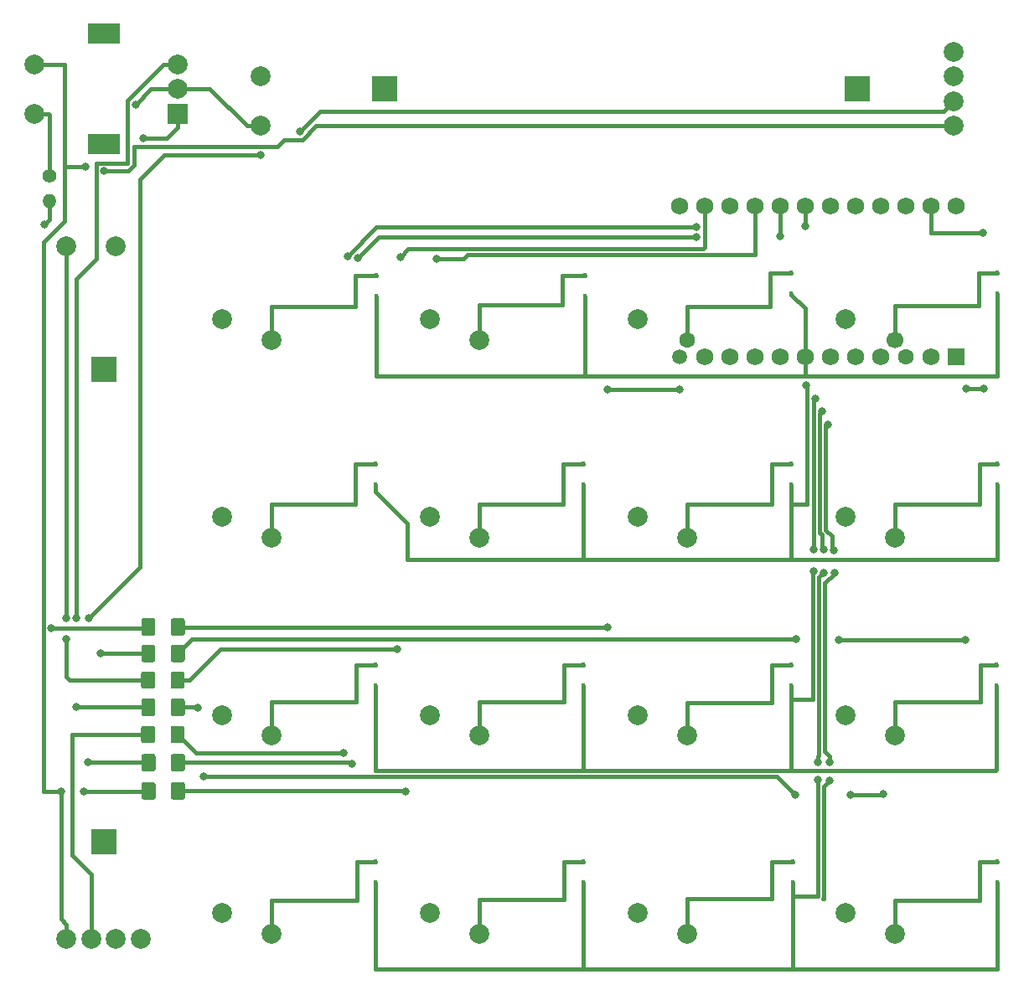
<source format=gtl>
G04 #@! TF.GenerationSoftware,KiCad,Pcbnew,(5.1.0)-1*
G04 #@! TF.CreationDate,2019-03-23T01:01:18+01:00*
G04 #@! TF.ProjectId,Schematic2,53636865-6d61-4746-9963-322e6b696361,rev?*
G04 #@! TF.SameCoordinates,Original*
G04 #@! TF.FileFunction,Copper,L1,Top*
G04 #@! TF.FilePolarity,Positive*
%FSLAX46Y46*%
G04 Gerber Fmt 4.6, Leading zero omitted, Abs format (unit mm)*
G04 Created by KiCad (PCBNEW (5.1.0)-1) date 2019-03-23 01:01:18*
%MOMM*%
%LPD*%
G04 APERTURE LIST*
%ADD10C,2.000000*%
%ADD11C,1.600000*%
%ADD12R,3.200000X2.000000*%
%ADD13R,2.000000X2.000000*%
%ADD14C,0.100000*%
%ADD15C,1.425000*%
%ADD16C,1.700000*%
%ADD17C,1.400000*%
%ADD18O,1.400000X1.400000*%
%ADD19R,2.500000X2.500000*%
%ADD20R,0.450000X0.600000*%
%ADD21C,1.752600*%
%ADD22C,1.500000*%
%ADD23R,1.752600X1.752600*%
%ADD24C,0.800000*%
%ADD25C,0.400000*%
%ADD26C,0.250000*%
G04 APERTURE END LIST*
D10*
X55470000Y-123370000D03*
X50470000Y-121270000D03*
X118470000Y-123370000D03*
X113470000Y-121270000D03*
X118470000Y-103370000D03*
X113470000Y-101270000D03*
X76470000Y-123370000D03*
X71470000Y-121270000D03*
X97470000Y-123370000D03*
X92470000Y-121270000D03*
X118470000Y-83370000D03*
X113470000Y-81270000D03*
D11*
X97470000Y-63370000D03*
D10*
X92470000Y-61270000D03*
X55470000Y-103370000D03*
X50470000Y-101270000D03*
X31470000Y-35470000D03*
X31470000Y-40470000D03*
D12*
X38470000Y-32370000D03*
X38470000Y-43570000D03*
D10*
X45970000Y-35470000D03*
X45970000Y-37970000D03*
D13*
X45970000Y-40470000D03*
D10*
X55470000Y-83370000D03*
X50470000Y-81270000D03*
X97470000Y-103370000D03*
X92470000Y-101270000D03*
X55470000Y-63370000D03*
X50470000Y-61270000D03*
X76470000Y-103370000D03*
X71470000Y-101270000D03*
D14*
G36*
X43482004Y-99616204D02*
G01*
X43506273Y-99619804D01*
X43530071Y-99625765D01*
X43553171Y-99634030D01*
X43575349Y-99644520D01*
X43596393Y-99657133D01*
X43616098Y-99671747D01*
X43634277Y-99688223D01*
X43650753Y-99706402D01*
X43665367Y-99726107D01*
X43677980Y-99747151D01*
X43688470Y-99769329D01*
X43696735Y-99792429D01*
X43702696Y-99816227D01*
X43706296Y-99840496D01*
X43707500Y-99865000D01*
X43707500Y-101115000D01*
X43706296Y-101139504D01*
X43702696Y-101163773D01*
X43696735Y-101187571D01*
X43688470Y-101210671D01*
X43677980Y-101232849D01*
X43665367Y-101253893D01*
X43650753Y-101273598D01*
X43634277Y-101291777D01*
X43616098Y-101308253D01*
X43596393Y-101322867D01*
X43575349Y-101335480D01*
X43553171Y-101345970D01*
X43530071Y-101354235D01*
X43506273Y-101360196D01*
X43482004Y-101363796D01*
X43457500Y-101365000D01*
X42532500Y-101365000D01*
X42507996Y-101363796D01*
X42483727Y-101360196D01*
X42459929Y-101354235D01*
X42436829Y-101345970D01*
X42414651Y-101335480D01*
X42393607Y-101322867D01*
X42373902Y-101308253D01*
X42355723Y-101291777D01*
X42339247Y-101273598D01*
X42324633Y-101253893D01*
X42312020Y-101232849D01*
X42301530Y-101210671D01*
X42293265Y-101187571D01*
X42287304Y-101163773D01*
X42283704Y-101139504D01*
X42282500Y-101115000D01*
X42282500Y-99865000D01*
X42283704Y-99840496D01*
X42287304Y-99816227D01*
X42293265Y-99792429D01*
X42301530Y-99769329D01*
X42312020Y-99747151D01*
X42324633Y-99726107D01*
X42339247Y-99706402D01*
X42355723Y-99688223D01*
X42373902Y-99671747D01*
X42393607Y-99657133D01*
X42414651Y-99644520D01*
X42436829Y-99634030D01*
X42459929Y-99625765D01*
X42483727Y-99619804D01*
X42507996Y-99616204D01*
X42532500Y-99615000D01*
X43457500Y-99615000D01*
X43482004Y-99616204D01*
X43482004Y-99616204D01*
G37*
D15*
X42995000Y-100490000D03*
D14*
G36*
X46457004Y-99616204D02*
G01*
X46481273Y-99619804D01*
X46505071Y-99625765D01*
X46528171Y-99634030D01*
X46550349Y-99644520D01*
X46571393Y-99657133D01*
X46591098Y-99671747D01*
X46609277Y-99688223D01*
X46625753Y-99706402D01*
X46640367Y-99726107D01*
X46652980Y-99747151D01*
X46663470Y-99769329D01*
X46671735Y-99792429D01*
X46677696Y-99816227D01*
X46681296Y-99840496D01*
X46682500Y-99865000D01*
X46682500Y-101115000D01*
X46681296Y-101139504D01*
X46677696Y-101163773D01*
X46671735Y-101187571D01*
X46663470Y-101210671D01*
X46652980Y-101232849D01*
X46640367Y-101253893D01*
X46625753Y-101273598D01*
X46609277Y-101291777D01*
X46591098Y-101308253D01*
X46571393Y-101322867D01*
X46550349Y-101335480D01*
X46528171Y-101345970D01*
X46505071Y-101354235D01*
X46481273Y-101360196D01*
X46457004Y-101363796D01*
X46432500Y-101365000D01*
X45507500Y-101365000D01*
X45482996Y-101363796D01*
X45458727Y-101360196D01*
X45434929Y-101354235D01*
X45411829Y-101345970D01*
X45389651Y-101335480D01*
X45368607Y-101322867D01*
X45348902Y-101308253D01*
X45330723Y-101291777D01*
X45314247Y-101273598D01*
X45299633Y-101253893D01*
X45287020Y-101232849D01*
X45276530Y-101210671D01*
X45268265Y-101187571D01*
X45262304Y-101163773D01*
X45258704Y-101139504D01*
X45257500Y-101115000D01*
X45257500Y-99865000D01*
X45258704Y-99840496D01*
X45262304Y-99816227D01*
X45268265Y-99792429D01*
X45276530Y-99769329D01*
X45287020Y-99747151D01*
X45299633Y-99726107D01*
X45314247Y-99706402D01*
X45330723Y-99688223D01*
X45348902Y-99671747D01*
X45368607Y-99657133D01*
X45389651Y-99644520D01*
X45411829Y-99634030D01*
X45434929Y-99625765D01*
X45458727Y-99619804D01*
X45482996Y-99616204D01*
X45507500Y-99615000D01*
X46432500Y-99615000D01*
X46457004Y-99616204D01*
X46457004Y-99616204D01*
G37*
D15*
X45970000Y-100490000D03*
D14*
G36*
X43502004Y-108066204D02*
G01*
X43526273Y-108069804D01*
X43550071Y-108075765D01*
X43573171Y-108084030D01*
X43595349Y-108094520D01*
X43616393Y-108107133D01*
X43636098Y-108121747D01*
X43654277Y-108138223D01*
X43670753Y-108156402D01*
X43685367Y-108176107D01*
X43697980Y-108197151D01*
X43708470Y-108219329D01*
X43716735Y-108242429D01*
X43722696Y-108266227D01*
X43726296Y-108290496D01*
X43727500Y-108315000D01*
X43727500Y-109565000D01*
X43726296Y-109589504D01*
X43722696Y-109613773D01*
X43716735Y-109637571D01*
X43708470Y-109660671D01*
X43697980Y-109682849D01*
X43685367Y-109703893D01*
X43670753Y-109723598D01*
X43654277Y-109741777D01*
X43636098Y-109758253D01*
X43616393Y-109772867D01*
X43595349Y-109785480D01*
X43573171Y-109795970D01*
X43550071Y-109804235D01*
X43526273Y-109810196D01*
X43502004Y-109813796D01*
X43477500Y-109815000D01*
X42552500Y-109815000D01*
X42527996Y-109813796D01*
X42503727Y-109810196D01*
X42479929Y-109804235D01*
X42456829Y-109795970D01*
X42434651Y-109785480D01*
X42413607Y-109772867D01*
X42393902Y-109758253D01*
X42375723Y-109741777D01*
X42359247Y-109723598D01*
X42344633Y-109703893D01*
X42332020Y-109682849D01*
X42321530Y-109660671D01*
X42313265Y-109637571D01*
X42307304Y-109613773D01*
X42303704Y-109589504D01*
X42302500Y-109565000D01*
X42302500Y-108315000D01*
X42303704Y-108290496D01*
X42307304Y-108266227D01*
X42313265Y-108242429D01*
X42321530Y-108219329D01*
X42332020Y-108197151D01*
X42344633Y-108176107D01*
X42359247Y-108156402D01*
X42375723Y-108138223D01*
X42393902Y-108121747D01*
X42413607Y-108107133D01*
X42434651Y-108094520D01*
X42456829Y-108084030D01*
X42479929Y-108075765D01*
X42503727Y-108069804D01*
X42527996Y-108066204D01*
X42552500Y-108065000D01*
X43477500Y-108065000D01*
X43502004Y-108066204D01*
X43502004Y-108066204D01*
G37*
D15*
X43015000Y-108940000D03*
D14*
G36*
X46477004Y-108066204D02*
G01*
X46501273Y-108069804D01*
X46525071Y-108075765D01*
X46548171Y-108084030D01*
X46570349Y-108094520D01*
X46591393Y-108107133D01*
X46611098Y-108121747D01*
X46629277Y-108138223D01*
X46645753Y-108156402D01*
X46660367Y-108176107D01*
X46672980Y-108197151D01*
X46683470Y-108219329D01*
X46691735Y-108242429D01*
X46697696Y-108266227D01*
X46701296Y-108290496D01*
X46702500Y-108315000D01*
X46702500Y-109565000D01*
X46701296Y-109589504D01*
X46697696Y-109613773D01*
X46691735Y-109637571D01*
X46683470Y-109660671D01*
X46672980Y-109682849D01*
X46660367Y-109703893D01*
X46645753Y-109723598D01*
X46629277Y-109741777D01*
X46611098Y-109758253D01*
X46591393Y-109772867D01*
X46570349Y-109785480D01*
X46548171Y-109795970D01*
X46525071Y-109804235D01*
X46501273Y-109810196D01*
X46477004Y-109813796D01*
X46452500Y-109815000D01*
X45527500Y-109815000D01*
X45502996Y-109813796D01*
X45478727Y-109810196D01*
X45454929Y-109804235D01*
X45431829Y-109795970D01*
X45409651Y-109785480D01*
X45388607Y-109772867D01*
X45368902Y-109758253D01*
X45350723Y-109741777D01*
X45334247Y-109723598D01*
X45319633Y-109703893D01*
X45307020Y-109682849D01*
X45296530Y-109660671D01*
X45288265Y-109637571D01*
X45282304Y-109613773D01*
X45278704Y-109589504D01*
X45277500Y-109565000D01*
X45277500Y-108315000D01*
X45278704Y-108290496D01*
X45282304Y-108266227D01*
X45288265Y-108242429D01*
X45296530Y-108219329D01*
X45307020Y-108197151D01*
X45319633Y-108176107D01*
X45334247Y-108156402D01*
X45350723Y-108138223D01*
X45368902Y-108121747D01*
X45388607Y-108107133D01*
X45409651Y-108094520D01*
X45431829Y-108084030D01*
X45454929Y-108075765D01*
X45478727Y-108069804D01*
X45502996Y-108066204D01*
X45527500Y-108065000D01*
X46452500Y-108065000D01*
X46477004Y-108066204D01*
X46477004Y-108066204D01*
G37*
D15*
X45990000Y-108940000D03*
D14*
G36*
X43462004Y-102366204D02*
G01*
X43486273Y-102369804D01*
X43510071Y-102375765D01*
X43533171Y-102384030D01*
X43555349Y-102394520D01*
X43576393Y-102407133D01*
X43596098Y-102421747D01*
X43614277Y-102438223D01*
X43630753Y-102456402D01*
X43645367Y-102476107D01*
X43657980Y-102497151D01*
X43668470Y-102519329D01*
X43676735Y-102542429D01*
X43682696Y-102566227D01*
X43686296Y-102590496D01*
X43687500Y-102615000D01*
X43687500Y-103865000D01*
X43686296Y-103889504D01*
X43682696Y-103913773D01*
X43676735Y-103937571D01*
X43668470Y-103960671D01*
X43657980Y-103982849D01*
X43645367Y-104003893D01*
X43630753Y-104023598D01*
X43614277Y-104041777D01*
X43596098Y-104058253D01*
X43576393Y-104072867D01*
X43555349Y-104085480D01*
X43533171Y-104095970D01*
X43510071Y-104104235D01*
X43486273Y-104110196D01*
X43462004Y-104113796D01*
X43437500Y-104115000D01*
X42512500Y-104115000D01*
X42487996Y-104113796D01*
X42463727Y-104110196D01*
X42439929Y-104104235D01*
X42416829Y-104095970D01*
X42394651Y-104085480D01*
X42373607Y-104072867D01*
X42353902Y-104058253D01*
X42335723Y-104041777D01*
X42319247Y-104023598D01*
X42304633Y-104003893D01*
X42292020Y-103982849D01*
X42281530Y-103960671D01*
X42273265Y-103937571D01*
X42267304Y-103913773D01*
X42263704Y-103889504D01*
X42262500Y-103865000D01*
X42262500Y-102615000D01*
X42263704Y-102590496D01*
X42267304Y-102566227D01*
X42273265Y-102542429D01*
X42281530Y-102519329D01*
X42292020Y-102497151D01*
X42304633Y-102476107D01*
X42319247Y-102456402D01*
X42335723Y-102438223D01*
X42353902Y-102421747D01*
X42373607Y-102407133D01*
X42394651Y-102394520D01*
X42416829Y-102384030D01*
X42439929Y-102375765D01*
X42463727Y-102369804D01*
X42487996Y-102366204D01*
X42512500Y-102365000D01*
X43437500Y-102365000D01*
X43462004Y-102366204D01*
X43462004Y-102366204D01*
G37*
D15*
X42975000Y-103240000D03*
D14*
G36*
X46437004Y-102366204D02*
G01*
X46461273Y-102369804D01*
X46485071Y-102375765D01*
X46508171Y-102384030D01*
X46530349Y-102394520D01*
X46551393Y-102407133D01*
X46571098Y-102421747D01*
X46589277Y-102438223D01*
X46605753Y-102456402D01*
X46620367Y-102476107D01*
X46632980Y-102497151D01*
X46643470Y-102519329D01*
X46651735Y-102542429D01*
X46657696Y-102566227D01*
X46661296Y-102590496D01*
X46662500Y-102615000D01*
X46662500Y-103865000D01*
X46661296Y-103889504D01*
X46657696Y-103913773D01*
X46651735Y-103937571D01*
X46643470Y-103960671D01*
X46632980Y-103982849D01*
X46620367Y-104003893D01*
X46605753Y-104023598D01*
X46589277Y-104041777D01*
X46571098Y-104058253D01*
X46551393Y-104072867D01*
X46530349Y-104085480D01*
X46508171Y-104095970D01*
X46485071Y-104104235D01*
X46461273Y-104110196D01*
X46437004Y-104113796D01*
X46412500Y-104115000D01*
X45487500Y-104115000D01*
X45462996Y-104113796D01*
X45438727Y-104110196D01*
X45414929Y-104104235D01*
X45391829Y-104095970D01*
X45369651Y-104085480D01*
X45348607Y-104072867D01*
X45328902Y-104058253D01*
X45310723Y-104041777D01*
X45294247Y-104023598D01*
X45279633Y-104003893D01*
X45267020Y-103982849D01*
X45256530Y-103960671D01*
X45248265Y-103937571D01*
X45242304Y-103913773D01*
X45238704Y-103889504D01*
X45237500Y-103865000D01*
X45237500Y-102615000D01*
X45238704Y-102590496D01*
X45242304Y-102566227D01*
X45248265Y-102542429D01*
X45256530Y-102519329D01*
X45267020Y-102497151D01*
X45279633Y-102476107D01*
X45294247Y-102456402D01*
X45310723Y-102438223D01*
X45328902Y-102421747D01*
X45348607Y-102407133D01*
X45369651Y-102394520D01*
X45391829Y-102384030D01*
X45414929Y-102375765D01*
X45438727Y-102369804D01*
X45462996Y-102366204D01*
X45487500Y-102365000D01*
X46412500Y-102365000D01*
X46437004Y-102366204D01*
X46437004Y-102366204D01*
G37*
D15*
X45950000Y-103240000D03*
D14*
G36*
X43497004Y-105206204D02*
G01*
X43521273Y-105209804D01*
X43545071Y-105215765D01*
X43568171Y-105224030D01*
X43590349Y-105234520D01*
X43611393Y-105247133D01*
X43631098Y-105261747D01*
X43649277Y-105278223D01*
X43665753Y-105296402D01*
X43680367Y-105316107D01*
X43692980Y-105337151D01*
X43703470Y-105359329D01*
X43711735Y-105382429D01*
X43717696Y-105406227D01*
X43721296Y-105430496D01*
X43722500Y-105455000D01*
X43722500Y-106705000D01*
X43721296Y-106729504D01*
X43717696Y-106753773D01*
X43711735Y-106777571D01*
X43703470Y-106800671D01*
X43692980Y-106822849D01*
X43680367Y-106843893D01*
X43665753Y-106863598D01*
X43649277Y-106881777D01*
X43631098Y-106898253D01*
X43611393Y-106912867D01*
X43590349Y-106925480D01*
X43568171Y-106935970D01*
X43545071Y-106944235D01*
X43521273Y-106950196D01*
X43497004Y-106953796D01*
X43472500Y-106955000D01*
X42547500Y-106955000D01*
X42522996Y-106953796D01*
X42498727Y-106950196D01*
X42474929Y-106944235D01*
X42451829Y-106935970D01*
X42429651Y-106925480D01*
X42408607Y-106912867D01*
X42388902Y-106898253D01*
X42370723Y-106881777D01*
X42354247Y-106863598D01*
X42339633Y-106843893D01*
X42327020Y-106822849D01*
X42316530Y-106800671D01*
X42308265Y-106777571D01*
X42302304Y-106753773D01*
X42298704Y-106729504D01*
X42297500Y-106705000D01*
X42297500Y-105455000D01*
X42298704Y-105430496D01*
X42302304Y-105406227D01*
X42308265Y-105382429D01*
X42316530Y-105359329D01*
X42327020Y-105337151D01*
X42339633Y-105316107D01*
X42354247Y-105296402D01*
X42370723Y-105278223D01*
X42388902Y-105261747D01*
X42408607Y-105247133D01*
X42429651Y-105234520D01*
X42451829Y-105224030D01*
X42474929Y-105215765D01*
X42498727Y-105209804D01*
X42522996Y-105206204D01*
X42547500Y-105205000D01*
X43472500Y-105205000D01*
X43497004Y-105206204D01*
X43497004Y-105206204D01*
G37*
D15*
X43010000Y-106080000D03*
D14*
G36*
X46472004Y-105206204D02*
G01*
X46496273Y-105209804D01*
X46520071Y-105215765D01*
X46543171Y-105224030D01*
X46565349Y-105234520D01*
X46586393Y-105247133D01*
X46606098Y-105261747D01*
X46624277Y-105278223D01*
X46640753Y-105296402D01*
X46655367Y-105316107D01*
X46667980Y-105337151D01*
X46678470Y-105359329D01*
X46686735Y-105382429D01*
X46692696Y-105406227D01*
X46696296Y-105430496D01*
X46697500Y-105455000D01*
X46697500Y-106705000D01*
X46696296Y-106729504D01*
X46692696Y-106753773D01*
X46686735Y-106777571D01*
X46678470Y-106800671D01*
X46667980Y-106822849D01*
X46655367Y-106843893D01*
X46640753Y-106863598D01*
X46624277Y-106881777D01*
X46606098Y-106898253D01*
X46586393Y-106912867D01*
X46565349Y-106925480D01*
X46543171Y-106935970D01*
X46520071Y-106944235D01*
X46496273Y-106950196D01*
X46472004Y-106953796D01*
X46447500Y-106955000D01*
X45522500Y-106955000D01*
X45497996Y-106953796D01*
X45473727Y-106950196D01*
X45449929Y-106944235D01*
X45426829Y-106935970D01*
X45404651Y-106925480D01*
X45383607Y-106912867D01*
X45363902Y-106898253D01*
X45345723Y-106881777D01*
X45329247Y-106863598D01*
X45314633Y-106843893D01*
X45302020Y-106822849D01*
X45291530Y-106800671D01*
X45283265Y-106777571D01*
X45277304Y-106753773D01*
X45273704Y-106729504D01*
X45272500Y-106705000D01*
X45272500Y-105455000D01*
X45273704Y-105430496D01*
X45277304Y-105406227D01*
X45283265Y-105382429D01*
X45291530Y-105359329D01*
X45302020Y-105337151D01*
X45314633Y-105316107D01*
X45329247Y-105296402D01*
X45345723Y-105278223D01*
X45363902Y-105261747D01*
X45383607Y-105247133D01*
X45404651Y-105234520D01*
X45426829Y-105224030D01*
X45449929Y-105215765D01*
X45473727Y-105209804D01*
X45497996Y-105206204D01*
X45522500Y-105205000D01*
X46447500Y-105205000D01*
X46472004Y-105206204D01*
X46472004Y-105206204D01*
G37*
D15*
X45985000Y-106080000D03*
D16*
X118470000Y-63370000D03*
D10*
X113470000Y-61270000D03*
X97470000Y-83370000D03*
X92470000Y-81270000D03*
X76470000Y-83370000D03*
X71470000Y-81270000D03*
D17*
X33018000Y-46734000D03*
D18*
X33018000Y-49274000D03*
D19*
X38480000Y-114122000D03*
D10*
X39720000Y-53870000D03*
X34720000Y-53870000D03*
X42220000Y-123870000D03*
X39720000Y-123870000D03*
X37220000Y-123870000D03*
X34720000Y-123870000D03*
D19*
X38480000Y-66370000D03*
D10*
X76470000Y-63370000D03*
X71470000Y-61270000D03*
D20*
X66038000Y-56860000D03*
X66038000Y-58960000D03*
X128720000Y-56570000D03*
X128720000Y-58670000D03*
X87120000Y-56860000D03*
X87120000Y-58960000D03*
D21*
X124590000Y-49850000D03*
X122050000Y-49850000D03*
X119510000Y-49850000D03*
X116970000Y-49850000D03*
X114430000Y-49850000D03*
X111890000Y-49850000D03*
X109350000Y-49850000D03*
X106810000Y-49850000D03*
X104270000Y-49850000D03*
X101730000Y-49850000D03*
X99190000Y-49850000D03*
X96650000Y-49850000D03*
D22*
X96650000Y-65090000D03*
D21*
X99190000Y-65090000D03*
X101730000Y-65090000D03*
X104270000Y-65090000D03*
X106810000Y-65090000D03*
X109350000Y-65090000D03*
X111890000Y-65090000D03*
X114430000Y-65090000D03*
X116970000Y-65090000D03*
D11*
X119510000Y-65090000D03*
D21*
X122050000Y-65090000D03*
D23*
X124590000Y-65090000D03*
D20*
X107948000Y-56606000D03*
X107948000Y-58706000D03*
X65970000Y-75920000D03*
X65970000Y-78020000D03*
D14*
G36*
X43462004Y-96866204D02*
G01*
X43486273Y-96869804D01*
X43510071Y-96875765D01*
X43533171Y-96884030D01*
X43555349Y-96894520D01*
X43576393Y-96907133D01*
X43596098Y-96921747D01*
X43614277Y-96938223D01*
X43630753Y-96956402D01*
X43645367Y-96976107D01*
X43657980Y-96997151D01*
X43668470Y-97019329D01*
X43676735Y-97042429D01*
X43682696Y-97066227D01*
X43686296Y-97090496D01*
X43687500Y-97115000D01*
X43687500Y-98365000D01*
X43686296Y-98389504D01*
X43682696Y-98413773D01*
X43676735Y-98437571D01*
X43668470Y-98460671D01*
X43657980Y-98482849D01*
X43645367Y-98503893D01*
X43630753Y-98523598D01*
X43614277Y-98541777D01*
X43596098Y-98558253D01*
X43576393Y-98572867D01*
X43555349Y-98585480D01*
X43533171Y-98595970D01*
X43510071Y-98604235D01*
X43486273Y-98610196D01*
X43462004Y-98613796D01*
X43437500Y-98615000D01*
X42512500Y-98615000D01*
X42487996Y-98613796D01*
X42463727Y-98610196D01*
X42439929Y-98604235D01*
X42416829Y-98595970D01*
X42394651Y-98585480D01*
X42373607Y-98572867D01*
X42353902Y-98558253D01*
X42335723Y-98541777D01*
X42319247Y-98523598D01*
X42304633Y-98503893D01*
X42292020Y-98482849D01*
X42281530Y-98460671D01*
X42273265Y-98437571D01*
X42267304Y-98413773D01*
X42263704Y-98389504D01*
X42262500Y-98365000D01*
X42262500Y-97115000D01*
X42263704Y-97090496D01*
X42267304Y-97066227D01*
X42273265Y-97042429D01*
X42281530Y-97019329D01*
X42292020Y-96997151D01*
X42304633Y-96976107D01*
X42319247Y-96956402D01*
X42335723Y-96938223D01*
X42353902Y-96921747D01*
X42373607Y-96907133D01*
X42394651Y-96894520D01*
X42416829Y-96884030D01*
X42439929Y-96875765D01*
X42463727Y-96869804D01*
X42487996Y-96866204D01*
X42512500Y-96865000D01*
X43437500Y-96865000D01*
X43462004Y-96866204D01*
X43462004Y-96866204D01*
G37*
D15*
X42975000Y-97740000D03*
D14*
G36*
X46437004Y-96866204D02*
G01*
X46461273Y-96869804D01*
X46485071Y-96875765D01*
X46508171Y-96884030D01*
X46530349Y-96894520D01*
X46551393Y-96907133D01*
X46571098Y-96921747D01*
X46589277Y-96938223D01*
X46605753Y-96956402D01*
X46620367Y-96976107D01*
X46632980Y-96997151D01*
X46643470Y-97019329D01*
X46651735Y-97042429D01*
X46657696Y-97066227D01*
X46661296Y-97090496D01*
X46662500Y-97115000D01*
X46662500Y-98365000D01*
X46661296Y-98389504D01*
X46657696Y-98413773D01*
X46651735Y-98437571D01*
X46643470Y-98460671D01*
X46632980Y-98482849D01*
X46620367Y-98503893D01*
X46605753Y-98523598D01*
X46589277Y-98541777D01*
X46571098Y-98558253D01*
X46551393Y-98572867D01*
X46530349Y-98585480D01*
X46508171Y-98595970D01*
X46485071Y-98604235D01*
X46461273Y-98610196D01*
X46437004Y-98613796D01*
X46412500Y-98615000D01*
X45487500Y-98615000D01*
X45462996Y-98613796D01*
X45438727Y-98610196D01*
X45414929Y-98604235D01*
X45391829Y-98595970D01*
X45369651Y-98585480D01*
X45348607Y-98572867D01*
X45328902Y-98558253D01*
X45310723Y-98541777D01*
X45294247Y-98523598D01*
X45279633Y-98503893D01*
X45267020Y-98482849D01*
X45256530Y-98460671D01*
X45248265Y-98437571D01*
X45242304Y-98413773D01*
X45238704Y-98389504D01*
X45237500Y-98365000D01*
X45237500Y-97115000D01*
X45238704Y-97090496D01*
X45242304Y-97066227D01*
X45248265Y-97042429D01*
X45256530Y-97019329D01*
X45267020Y-96997151D01*
X45279633Y-96976107D01*
X45294247Y-96956402D01*
X45310723Y-96938223D01*
X45328902Y-96921747D01*
X45348607Y-96907133D01*
X45369651Y-96894520D01*
X45391829Y-96884030D01*
X45414929Y-96875765D01*
X45438727Y-96869804D01*
X45462996Y-96866204D01*
X45487500Y-96865000D01*
X46412500Y-96865000D01*
X46437004Y-96866204D01*
X46437004Y-96866204D01*
G37*
D15*
X45950000Y-97740000D03*
D20*
X107970000Y-96220000D03*
X107970000Y-98320000D03*
X128770000Y-116120000D03*
X128770000Y-118220000D03*
X65970000Y-116120000D03*
X65970000Y-118220000D03*
X107970000Y-75920000D03*
X107970000Y-78020000D03*
X65970000Y-96220000D03*
X65970000Y-98320000D03*
X86970000Y-116120000D03*
X86970000Y-118220000D03*
X86970000Y-75920000D03*
X86970000Y-78020000D03*
X108070000Y-116120000D03*
X108070000Y-118220000D03*
X128770000Y-75920000D03*
X128770000Y-78020000D03*
X128670000Y-96220000D03*
X128670000Y-98320000D03*
X86970000Y-96220000D03*
X86970000Y-98320000D03*
D14*
G36*
X43482004Y-94176204D02*
G01*
X43506273Y-94179804D01*
X43530071Y-94185765D01*
X43553171Y-94194030D01*
X43575349Y-94204520D01*
X43596393Y-94217133D01*
X43616098Y-94231747D01*
X43634277Y-94248223D01*
X43650753Y-94266402D01*
X43665367Y-94286107D01*
X43677980Y-94307151D01*
X43688470Y-94329329D01*
X43696735Y-94352429D01*
X43702696Y-94376227D01*
X43706296Y-94400496D01*
X43707500Y-94425000D01*
X43707500Y-95675000D01*
X43706296Y-95699504D01*
X43702696Y-95723773D01*
X43696735Y-95747571D01*
X43688470Y-95770671D01*
X43677980Y-95792849D01*
X43665367Y-95813893D01*
X43650753Y-95833598D01*
X43634277Y-95851777D01*
X43616098Y-95868253D01*
X43596393Y-95882867D01*
X43575349Y-95895480D01*
X43553171Y-95905970D01*
X43530071Y-95914235D01*
X43506273Y-95920196D01*
X43482004Y-95923796D01*
X43457500Y-95925000D01*
X42532500Y-95925000D01*
X42507996Y-95923796D01*
X42483727Y-95920196D01*
X42459929Y-95914235D01*
X42436829Y-95905970D01*
X42414651Y-95895480D01*
X42393607Y-95882867D01*
X42373902Y-95868253D01*
X42355723Y-95851777D01*
X42339247Y-95833598D01*
X42324633Y-95813893D01*
X42312020Y-95792849D01*
X42301530Y-95770671D01*
X42293265Y-95747571D01*
X42287304Y-95723773D01*
X42283704Y-95699504D01*
X42282500Y-95675000D01*
X42282500Y-94425000D01*
X42283704Y-94400496D01*
X42287304Y-94376227D01*
X42293265Y-94352429D01*
X42301530Y-94329329D01*
X42312020Y-94307151D01*
X42324633Y-94286107D01*
X42339247Y-94266402D01*
X42355723Y-94248223D01*
X42373902Y-94231747D01*
X42393607Y-94217133D01*
X42414651Y-94204520D01*
X42436829Y-94194030D01*
X42459929Y-94185765D01*
X42483727Y-94179804D01*
X42507996Y-94176204D01*
X42532500Y-94175000D01*
X43457500Y-94175000D01*
X43482004Y-94176204D01*
X43482004Y-94176204D01*
G37*
D15*
X42995000Y-95050000D03*
D14*
G36*
X46457004Y-94176204D02*
G01*
X46481273Y-94179804D01*
X46505071Y-94185765D01*
X46528171Y-94194030D01*
X46550349Y-94204520D01*
X46571393Y-94217133D01*
X46591098Y-94231747D01*
X46609277Y-94248223D01*
X46625753Y-94266402D01*
X46640367Y-94286107D01*
X46652980Y-94307151D01*
X46663470Y-94329329D01*
X46671735Y-94352429D01*
X46677696Y-94376227D01*
X46681296Y-94400496D01*
X46682500Y-94425000D01*
X46682500Y-95675000D01*
X46681296Y-95699504D01*
X46677696Y-95723773D01*
X46671735Y-95747571D01*
X46663470Y-95770671D01*
X46652980Y-95792849D01*
X46640367Y-95813893D01*
X46625753Y-95833598D01*
X46609277Y-95851777D01*
X46591098Y-95868253D01*
X46571393Y-95882867D01*
X46550349Y-95895480D01*
X46528171Y-95905970D01*
X46505071Y-95914235D01*
X46481273Y-95920196D01*
X46457004Y-95923796D01*
X46432500Y-95925000D01*
X45507500Y-95925000D01*
X45482996Y-95923796D01*
X45458727Y-95920196D01*
X45434929Y-95914235D01*
X45411829Y-95905970D01*
X45389651Y-95895480D01*
X45368607Y-95882867D01*
X45348902Y-95868253D01*
X45330723Y-95851777D01*
X45314247Y-95833598D01*
X45299633Y-95813893D01*
X45287020Y-95792849D01*
X45276530Y-95770671D01*
X45268265Y-95747571D01*
X45262304Y-95723773D01*
X45258704Y-95699504D01*
X45257500Y-95675000D01*
X45257500Y-94425000D01*
X45258704Y-94400496D01*
X45262304Y-94376227D01*
X45268265Y-94352429D01*
X45276530Y-94329329D01*
X45287020Y-94307151D01*
X45299633Y-94286107D01*
X45314247Y-94266402D01*
X45330723Y-94248223D01*
X45348902Y-94231747D01*
X45368607Y-94217133D01*
X45389651Y-94204520D01*
X45411829Y-94194030D01*
X45434929Y-94185765D01*
X45458727Y-94179804D01*
X45482996Y-94176204D01*
X45507500Y-94175000D01*
X46432500Y-94175000D01*
X46457004Y-94176204D01*
X46457004Y-94176204D01*
G37*
D15*
X45970000Y-95050000D03*
D14*
G36*
X43482004Y-91496204D02*
G01*
X43506273Y-91499804D01*
X43530071Y-91505765D01*
X43553171Y-91514030D01*
X43575349Y-91524520D01*
X43596393Y-91537133D01*
X43616098Y-91551747D01*
X43634277Y-91568223D01*
X43650753Y-91586402D01*
X43665367Y-91606107D01*
X43677980Y-91627151D01*
X43688470Y-91649329D01*
X43696735Y-91672429D01*
X43702696Y-91696227D01*
X43706296Y-91720496D01*
X43707500Y-91745000D01*
X43707500Y-92995000D01*
X43706296Y-93019504D01*
X43702696Y-93043773D01*
X43696735Y-93067571D01*
X43688470Y-93090671D01*
X43677980Y-93112849D01*
X43665367Y-93133893D01*
X43650753Y-93153598D01*
X43634277Y-93171777D01*
X43616098Y-93188253D01*
X43596393Y-93202867D01*
X43575349Y-93215480D01*
X43553171Y-93225970D01*
X43530071Y-93234235D01*
X43506273Y-93240196D01*
X43482004Y-93243796D01*
X43457500Y-93245000D01*
X42532500Y-93245000D01*
X42507996Y-93243796D01*
X42483727Y-93240196D01*
X42459929Y-93234235D01*
X42436829Y-93225970D01*
X42414651Y-93215480D01*
X42393607Y-93202867D01*
X42373902Y-93188253D01*
X42355723Y-93171777D01*
X42339247Y-93153598D01*
X42324633Y-93133893D01*
X42312020Y-93112849D01*
X42301530Y-93090671D01*
X42293265Y-93067571D01*
X42287304Y-93043773D01*
X42283704Y-93019504D01*
X42282500Y-92995000D01*
X42282500Y-91745000D01*
X42283704Y-91720496D01*
X42287304Y-91696227D01*
X42293265Y-91672429D01*
X42301530Y-91649329D01*
X42312020Y-91627151D01*
X42324633Y-91606107D01*
X42339247Y-91586402D01*
X42355723Y-91568223D01*
X42373902Y-91551747D01*
X42393607Y-91537133D01*
X42414651Y-91524520D01*
X42436829Y-91514030D01*
X42459929Y-91505765D01*
X42483727Y-91499804D01*
X42507996Y-91496204D01*
X42532500Y-91495000D01*
X43457500Y-91495000D01*
X43482004Y-91496204D01*
X43482004Y-91496204D01*
G37*
D15*
X42995000Y-92370000D03*
D14*
G36*
X46457004Y-91496204D02*
G01*
X46481273Y-91499804D01*
X46505071Y-91505765D01*
X46528171Y-91514030D01*
X46550349Y-91524520D01*
X46571393Y-91537133D01*
X46591098Y-91551747D01*
X46609277Y-91568223D01*
X46625753Y-91586402D01*
X46640367Y-91606107D01*
X46652980Y-91627151D01*
X46663470Y-91649329D01*
X46671735Y-91672429D01*
X46677696Y-91696227D01*
X46681296Y-91720496D01*
X46682500Y-91745000D01*
X46682500Y-92995000D01*
X46681296Y-93019504D01*
X46677696Y-93043773D01*
X46671735Y-93067571D01*
X46663470Y-93090671D01*
X46652980Y-93112849D01*
X46640367Y-93133893D01*
X46625753Y-93153598D01*
X46609277Y-93171777D01*
X46591098Y-93188253D01*
X46571393Y-93202867D01*
X46550349Y-93215480D01*
X46528171Y-93225970D01*
X46505071Y-93234235D01*
X46481273Y-93240196D01*
X46457004Y-93243796D01*
X46432500Y-93245000D01*
X45507500Y-93245000D01*
X45482996Y-93243796D01*
X45458727Y-93240196D01*
X45434929Y-93234235D01*
X45411829Y-93225970D01*
X45389651Y-93215480D01*
X45368607Y-93202867D01*
X45348902Y-93188253D01*
X45330723Y-93171777D01*
X45314247Y-93153598D01*
X45299633Y-93133893D01*
X45287020Y-93112849D01*
X45276530Y-93090671D01*
X45268265Y-93067571D01*
X45262304Y-93043773D01*
X45258704Y-93019504D01*
X45257500Y-92995000D01*
X45257500Y-91745000D01*
X45258704Y-91720496D01*
X45262304Y-91696227D01*
X45268265Y-91672429D01*
X45276530Y-91649329D01*
X45287020Y-91627151D01*
X45299633Y-91606107D01*
X45314247Y-91586402D01*
X45330723Y-91568223D01*
X45348902Y-91551747D01*
X45368607Y-91537133D01*
X45389651Y-91524520D01*
X45411829Y-91514030D01*
X45434929Y-91505765D01*
X45458727Y-91499804D01*
X45482996Y-91496204D01*
X45507500Y-91495000D01*
X46432500Y-91495000D01*
X46457004Y-91496204D01*
X46457004Y-91496204D01*
G37*
D15*
X45970000Y-92370000D03*
D19*
X114612000Y-37960000D03*
D10*
X54360000Y-36720000D03*
X54360000Y-41720000D03*
X124360000Y-34220000D03*
X124360000Y-36720000D03*
X124360000Y-39220000D03*
X124360000Y-41720000D03*
D19*
X66860000Y-37960000D03*
D24*
X109460000Y-67940000D03*
X110240000Y-86710000D03*
X110240000Y-84540000D03*
X110350000Y-69310000D03*
X110660000Y-107840000D03*
X111040000Y-70600000D03*
X110660000Y-106000000D03*
X111230000Y-86880000D03*
X111270000Y-84560000D03*
X112270000Y-84630000D03*
X111640010Y-71920000D03*
X112320000Y-86880000D03*
X111830000Y-106000000D03*
X111830000Y-107910000D03*
X32510000Y-51687000D03*
X34669000Y-93597000D03*
X34669000Y-91438000D03*
X41692000Y-39533579D03*
X68140000Y-94620000D03*
X68450000Y-54980000D03*
X89370000Y-92430000D03*
X89370000Y-68400000D03*
X96660000Y-68400000D03*
X36447000Y-108964000D03*
X34161000Y-108964000D03*
X38517000Y-46264000D03*
X36680000Y-45860000D03*
X68960000Y-108990000D03*
X72080000Y-55190000D03*
X63540000Y-106170000D03*
X64190000Y-55040000D03*
X98390000Y-52919990D03*
X106800000Y-52900000D03*
X62720000Y-105090000D03*
X63110000Y-54860000D03*
X98373053Y-51920131D03*
X109340000Y-51890000D03*
X108450000Y-93630000D03*
X112720000Y-93640000D03*
X125570000Y-93670000D03*
X125640000Y-68270000D03*
X127420000Y-68250000D03*
X127350000Y-52570000D03*
X47990000Y-100500000D03*
X48550000Y-107500000D03*
X108340000Y-109320000D03*
X113930000Y-109320000D03*
X117270000Y-109270000D03*
X33183000Y-92454000D03*
X42490000Y-42950000D03*
X38160000Y-95040000D03*
X35685000Y-91438000D03*
X35685000Y-100455000D03*
X58279314Y-42249315D03*
X54300000Y-44640000D03*
X36950000Y-91440000D03*
X36900000Y-106050000D03*
D25*
X65970000Y-78020000D02*
X65970000Y-78720000D01*
X65970000Y-78720000D02*
X69140000Y-81890000D01*
X69140000Y-81890000D02*
X69140000Y-85520000D01*
X128770000Y-78720000D02*
X128770000Y-78020000D01*
X128770000Y-85490000D02*
X128770000Y-78720000D01*
X86970000Y-78020000D02*
X86970000Y-85520000D01*
X69140000Y-85520000D02*
X128740000Y-85520000D01*
X107970000Y-78020000D02*
X107970000Y-79960000D01*
X107970000Y-79960000D02*
X109550000Y-79960000D01*
X109550000Y-68030000D02*
X109460000Y-67940000D01*
X107970000Y-79960000D02*
X107970000Y-85520000D01*
X128740000Y-85520000D02*
X128770000Y-85490000D01*
X109550000Y-79960000D02*
X109550000Y-68030000D01*
X128720000Y-67010000D02*
X128720000Y-58670000D01*
X66038000Y-58960000D02*
X66038000Y-67040000D01*
X128750000Y-67040000D02*
X128720000Y-67010000D01*
X87120000Y-58960000D02*
X87120000Y-67040000D01*
X107948000Y-58706000D02*
X107948000Y-58781000D01*
X109330000Y-60163000D02*
X109330000Y-65090000D01*
X109350000Y-66990000D02*
X109350000Y-65090000D01*
X109300000Y-67040000D02*
X128750000Y-67040000D01*
X109300000Y-67040000D02*
X109350000Y-66990000D01*
X66038000Y-67040000D02*
X109300000Y-67040000D01*
X107948000Y-58781000D02*
X109330000Y-60163000D01*
X107970000Y-99710000D02*
X110150000Y-99710000D01*
X110240000Y-69420000D02*
X110350000Y-69310000D01*
X110240000Y-84540000D02*
X110240000Y-69420000D01*
X110150000Y-86800000D02*
X110240000Y-86710000D01*
X128620000Y-106890000D02*
X128670000Y-106840000D01*
X110150000Y-99710000D02*
X110150000Y-86800000D01*
X86970000Y-98320000D02*
X86970000Y-106890000D01*
X107970000Y-98320000D02*
X107970000Y-99710000D01*
X107970000Y-99710000D02*
X107970000Y-106890000D01*
X65970000Y-98320000D02*
X65970000Y-106890000D01*
X65970000Y-106890000D02*
X128620000Y-106890000D01*
X128670000Y-106840000D02*
X128670000Y-98320000D01*
X128770000Y-126940000D02*
X128770000Y-118920000D01*
X86970000Y-118220000D02*
X86970000Y-126180000D01*
X110750010Y-105344305D02*
X110750010Y-99958532D01*
X110610000Y-119610000D02*
X110610000Y-107890000D01*
X108070000Y-118220000D02*
X108070000Y-119610000D01*
X111040001Y-83030001D02*
X110840010Y-82830010D01*
X65970000Y-118220000D02*
X65970000Y-126980000D01*
X110610000Y-107890000D02*
X110660000Y-107840000D01*
X110660000Y-106000000D02*
X110660000Y-105434315D01*
X110660000Y-105434315D02*
X110750010Y-105344305D01*
X110840010Y-82830010D02*
X110840010Y-70799990D01*
X110750010Y-99958532D02*
X110750010Y-87359990D01*
X128770000Y-118920000D02*
X128770000Y-118220000D01*
X108070000Y-119610000D02*
X108070000Y-126980000D01*
X86970000Y-126980000D02*
X86970000Y-126180000D01*
X111270000Y-84560000D02*
X111040001Y-84330001D01*
X108070000Y-119610000D02*
X110610000Y-119610000D01*
X111040001Y-84330001D02*
X111040001Y-83030001D01*
X128730000Y-126980000D02*
X128770000Y-126940000D01*
X110750010Y-87359990D02*
X111230000Y-86880000D01*
X110840010Y-70799990D02*
X111040000Y-70600000D01*
X65970000Y-126980000D02*
X128730000Y-126980000D01*
X111350020Y-100207064D02*
X111350020Y-87943982D01*
X111350020Y-87943982D02*
X112320000Y-86974002D01*
X111440020Y-82581478D02*
X111440020Y-72119990D01*
X111440020Y-72119990D02*
X111640010Y-71920000D01*
X112070001Y-84430001D02*
X112070001Y-83211459D01*
X112320000Y-86974002D02*
X112320000Y-86880000D01*
X111830000Y-106000000D02*
X111830000Y-105434315D01*
X111190000Y-119878542D02*
X111210010Y-119858532D01*
X111350020Y-104954335D02*
X111350020Y-100207064D01*
X112270000Y-84630000D02*
X112070001Y-84430001D01*
X111210010Y-119858532D02*
X111210010Y-108529990D01*
X111830000Y-105434315D02*
X111350020Y-104954335D01*
X112070001Y-83211459D02*
X111440020Y-82581478D01*
X111210010Y-108529990D02*
X111830000Y-107910000D01*
X33018000Y-49274000D02*
X33018000Y-51179000D01*
X34720000Y-91387000D02*
X34669000Y-91438000D01*
X34720000Y-53870000D02*
X34720000Y-91387000D01*
X34669000Y-93597000D02*
X34669000Y-97407000D01*
X33018000Y-51179000D02*
X32510000Y-51687000D01*
X34669000Y-97407000D02*
X35002000Y-97740000D01*
X47384213Y-37970000D02*
X45970000Y-37970000D01*
X49195787Y-37970000D02*
X47384213Y-37970000D01*
X52945787Y-41720000D02*
X49195787Y-37970000D01*
X54360000Y-41720000D02*
X52945787Y-41720000D01*
X45970000Y-37970000D02*
X43390000Y-37970000D01*
X43390000Y-37970000D02*
X43255579Y-37970000D01*
X43255579Y-37970000D02*
X41692000Y-39533579D01*
X35002000Y-97740000D02*
X42975000Y-97740000D01*
X45950000Y-97740000D02*
X47130000Y-97740000D01*
X47130000Y-97740000D02*
X50260000Y-94610000D01*
X50260000Y-94610000D02*
X50270000Y-94620000D01*
X50270000Y-94620000D02*
X68140000Y-94620000D01*
X69260009Y-54169991D02*
X99020009Y-54169991D01*
X68450000Y-54980000D02*
X69260009Y-54169991D01*
X99190000Y-54000000D02*
X99190000Y-49850000D01*
X99020009Y-54169991D02*
X99190000Y-54000000D01*
X45970000Y-92370000D02*
X89310000Y-92370000D01*
X89310000Y-92370000D02*
X89370000Y-92430000D01*
X89370000Y-68400000D02*
X89935685Y-68400000D01*
X89935685Y-68400000D02*
X96660000Y-68400000D01*
X34542000Y-51306000D02*
X32383000Y-53465000D01*
X32383000Y-53465000D02*
X32383000Y-108964000D01*
X34720000Y-122455787D02*
X34161000Y-121896787D01*
X32383000Y-108964000D02*
X34161000Y-108964000D01*
X34161000Y-121896787D02*
X34161000Y-108964000D01*
X34720000Y-123870000D02*
X34720000Y-122455787D01*
X31470000Y-35470000D02*
X34542000Y-35470000D01*
D26*
X34624000Y-45770000D02*
X34542000Y-45688000D01*
D25*
X34542000Y-35470000D02*
X34542000Y-45688000D01*
X124360000Y-41720000D02*
X59940000Y-41720000D01*
X58539999Y-43120001D02*
X56719999Y-43120001D01*
X59940000Y-41720000D02*
X58539999Y-43120001D01*
X56719999Y-43120001D02*
X56000000Y-43840000D01*
X56000000Y-43840000D02*
X41520000Y-43840000D01*
X41520000Y-43840000D02*
X41520000Y-43960000D01*
X40940542Y-46264000D02*
X38517000Y-46264000D01*
X41520000Y-43960000D02*
X41520000Y-45684542D01*
X41520000Y-45684542D02*
X40940542Y-46264000D01*
X34560000Y-45860000D02*
X34542000Y-45878000D01*
X36680000Y-45860000D02*
X34560000Y-45860000D01*
X34542000Y-45688000D02*
X34542000Y-45878000D01*
X34542000Y-45878000D02*
X34542000Y-51306000D01*
X42991000Y-108964000D02*
X43015000Y-108940000D01*
X36447000Y-108964000D02*
X42991000Y-108964000D01*
X45990000Y-108940000D02*
X68910000Y-108940000D01*
X68910000Y-108940000D02*
X68960000Y-108990000D01*
X72080000Y-55190000D02*
X74790000Y-55190000D01*
X74790000Y-55190000D02*
X75210000Y-54770000D01*
X75210000Y-54770000D02*
X104190000Y-54770000D01*
X104270000Y-54690000D02*
X104270000Y-49850000D01*
X104190000Y-54770000D02*
X104270000Y-54690000D01*
X45985000Y-106080000D02*
X63450000Y-106080000D01*
X63450000Y-106080000D02*
X63540000Y-106170000D01*
X64190000Y-55040000D02*
X66310010Y-52919990D01*
X66310010Y-52919990D02*
X98390000Y-52919990D01*
X106800000Y-49860000D02*
X106810000Y-49850000D01*
X106800000Y-52900000D02*
X106800000Y-49860000D01*
X45950000Y-103240000D02*
X47800000Y-105090000D01*
X47800000Y-105090000D02*
X62720000Y-105090000D01*
X63110000Y-54860000D02*
X66049869Y-51920131D01*
X66049869Y-51920131D02*
X98373053Y-51920131D01*
X109340000Y-49860000D02*
X109350000Y-49850000D01*
X109340000Y-51890000D02*
X109340000Y-49860000D01*
X50391458Y-93630000D02*
X108450000Y-93630000D01*
X45970000Y-95050000D02*
X47390000Y-93630000D01*
X47390000Y-93630000D02*
X50391458Y-93630000D01*
X112720000Y-93640000D02*
X125540000Y-93640000D01*
X125540000Y-93640000D02*
X125570000Y-93670000D01*
X125640000Y-68270000D02*
X127400000Y-68270000D01*
X127400000Y-68270000D02*
X127420000Y-68250000D01*
X122050000Y-52570000D02*
X122050000Y-49850000D01*
X127350000Y-52570000D02*
X122050000Y-52570000D01*
X45970000Y-100490000D02*
X47980000Y-100490000D01*
X47980000Y-100490000D02*
X47990000Y-100500000D01*
X48550000Y-107500000D02*
X106520000Y-107500000D01*
X106520000Y-107500000D02*
X108340000Y-109320000D01*
X113930000Y-109320000D02*
X117220000Y-109320000D01*
X117220000Y-109320000D02*
X117270000Y-109270000D01*
X55374581Y-63370000D02*
X55370509Y-63374072D01*
X55374454Y-63398037D02*
X55377062Y-63405743D01*
X55380287Y-63413206D02*
X55384098Y-63420359D01*
X55384098Y-63420359D02*
X55388492Y-63427196D01*
X55470000Y-63370000D02*
X55470000Y-60010000D01*
X55377062Y-63405743D02*
X55380287Y-63413206D01*
X55370509Y-63374072D02*
X55371169Y-63382154D01*
X55470000Y-63370000D02*
X55374581Y-63370000D01*
X55372487Y-63390163D02*
X55374454Y-63398037D01*
X55404792Y-63435208D02*
X55404792Y-63445251D01*
X55470000Y-63370000D02*
X55404792Y-63435208D01*
X55494312Y-63445251D02*
X55569574Y-63369989D01*
X55388492Y-63427196D02*
X55393436Y-63433662D01*
X55404792Y-63445251D02*
X55494312Y-63445251D01*
X63880000Y-56820000D02*
X66038000Y-56820000D01*
X55371169Y-63382154D02*
X55372487Y-63390163D01*
X55470000Y-60010000D02*
X63880000Y-60010000D01*
X63880000Y-60010000D02*
X63880000Y-59550000D01*
X63880000Y-59740000D02*
X63880000Y-59550000D01*
X63880000Y-59550000D02*
X63880000Y-56820000D01*
X76470000Y-59840000D02*
X84790000Y-59840000D01*
X84780000Y-59310000D02*
X84790000Y-56860000D01*
X76470000Y-63370000D02*
X76470000Y-59840000D01*
X84790000Y-56860000D02*
X87120000Y-56860000D01*
X84790000Y-59840000D02*
X84790000Y-59320000D01*
X84790000Y-59220000D02*
X84780000Y-59310000D01*
X84790000Y-59320000D02*
X84780000Y-59310000D01*
X105840000Y-59990000D02*
X105840000Y-56620000D01*
X105840000Y-56620000D02*
X105854000Y-56606000D01*
X105854000Y-56606000D02*
X107948000Y-56606000D01*
X97470000Y-63370000D02*
X97470000Y-59990000D01*
X97470000Y-59990000D02*
X105840000Y-59990000D01*
X118470000Y-63370000D02*
X118470000Y-59890000D01*
X118470000Y-59890000D02*
X126870000Y-59890000D01*
X126870000Y-59890000D02*
X126870000Y-56590000D01*
X126870000Y-56590000D02*
X128720000Y-56590000D01*
X55470000Y-79960000D02*
X63940000Y-79960000D01*
X63940000Y-75920000D02*
X65970000Y-75920000D01*
X63940000Y-79960000D02*
X63940000Y-75920000D01*
X55470000Y-83370000D02*
X55470000Y-79960000D01*
X84940000Y-79920000D02*
X84940000Y-75910000D01*
X84940000Y-75910000D02*
X86970000Y-75910000D01*
X76470000Y-79920000D02*
X84940000Y-79920000D01*
X76470000Y-83370000D02*
X76470000Y-79920000D01*
X105950000Y-75920000D02*
X107970000Y-75920000D01*
X97470000Y-80000000D02*
X105950000Y-80000000D01*
X105950000Y-80000000D02*
X105950000Y-75920000D01*
X97470000Y-83370000D02*
X97470000Y-80000000D01*
X118470000Y-83370000D02*
X118470000Y-79930000D01*
X126970000Y-79930000D02*
X126970000Y-75920000D01*
X126970000Y-75920000D02*
X128770000Y-75920000D01*
X118470000Y-79930000D02*
X126970000Y-79930000D01*
X55470000Y-99980000D02*
X63990000Y-99980000D01*
X63990000Y-96210000D02*
X65970000Y-96210000D01*
X63990000Y-99980000D02*
X63990000Y-96210000D01*
X55470000Y-103370000D02*
X55470000Y-99980000D01*
X84970000Y-99980000D02*
X84970000Y-96250000D01*
X84970000Y-96250000D02*
X86970000Y-96250000D01*
X76470000Y-99980000D02*
X84970000Y-99980000D01*
X76470000Y-103370000D02*
X76470000Y-99980000D01*
X97470000Y-103370000D02*
X97470000Y-99990000D01*
X97470000Y-99990000D02*
X106000000Y-99990000D01*
X106000000Y-99990000D02*
X106000000Y-96180000D01*
X106000000Y-96180000D02*
X107970000Y-96180000D01*
X118470000Y-103370000D02*
X118470000Y-99950000D01*
X127030000Y-99950000D02*
X127030000Y-96220000D01*
X118470000Y-99950000D02*
X127030000Y-99950000D01*
X127030000Y-96220000D02*
X128670000Y-96220000D01*
X55470000Y-123370000D02*
X55470000Y-119970000D01*
X55470000Y-119970000D02*
X64040000Y-119970000D01*
X64040000Y-116120000D02*
X65970000Y-116120000D01*
X64040000Y-119970000D02*
X64040000Y-116120000D01*
X84990000Y-119950000D02*
X84990000Y-116140000D01*
X84990000Y-116140000D02*
X86970000Y-116140000D01*
X76470000Y-123370000D02*
X76470000Y-119950000D01*
X76470000Y-119950000D02*
X84990000Y-119950000D01*
X106020000Y-119880000D02*
X106020000Y-116140000D01*
X97470000Y-123370000D02*
X97470000Y-119880000D01*
X106020000Y-116140000D02*
X108070000Y-116140000D01*
X97470000Y-119880000D02*
X106020000Y-119880000D01*
X118470000Y-119990000D02*
X126960000Y-119990000D01*
X126960000Y-119990000D02*
X126960000Y-116140000D01*
X118470000Y-123370000D02*
X118470000Y-119990000D01*
X126960000Y-116140000D02*
X128770000Y-116140000D01*
X33018000Y-45744051D02*
X33018000Y-46734000D01*
X32884213Y-40470000D02*
X33018000Y-40603787D01*
X31470000Y-40470000D02*
X32884213Y-40470000D01*
X33183000Y-92454000D02*
X42911000Y-92454000D01*
X33018000Y-40603787D02*
X33018000Y-45744051D01*
X42911000Y-92454000D02*
X42995000Y-92370000D01*
X44890000Y-42950000D02*
X42490000Y-42950000D01*
X45970000Y-40470000D02*
X45970000Y-41870000D01*
X45970000Y-41870000D02*
X44890000Y-42950000D01*
X42985000Y-95040000D02*
X42995000Y-95050000D01*
X38160000Y-95040000D02*
X42985000Y-95040000D01*
X44555787Y-35470000D02*
X40892000Y-39133787D01*
X40892000Y-39133787D02*
X40892000Y-45464000D01*
X40892000Y-45464000D02*
X37717000Y-45464000D01*
X37717000Y-45464000D02*
X37717000Y-55116000D01*
X37717000Y-55116000D02*
X35685000Y-57148000D01*
X35685000Y-57148000D02*
X35685000Y-91438000D01*
X42960000Y-100455000D02*
X42995000Y-100490000D01*
X35685000Y-100455000D02*
X42960000Y-100455000D01*
X45970000Y-35470000D02*
X44555787Y-35470000D01*
X37220000Y-123870000D02*
X37220000Y-117388750D01*
X37220000Y-117388750D02*
X35304000Y-115472750D01*
X35313000Y-103240000D02*
X42975000Y-103240000D01*
X35304000Y-115472750D02*
X35304000Y-103249000D01*
X35304000Y-103249000D02*
X35313000Y-103240000D01*
X60308630Y-40219999D02*
X58279314Y-42249315D01*
X124360000Y-39220000D02*
X123360001Y-40219999D01*
X123360001Y-40219999D02*
X60308630Y-40219999D01*
X44592880Y-44640000D02*
X42120000Y-47112880D01*
X54300000Y-44640000D02*
X44592880Y-44640000D01*
X42120000Y-47112880D02*
X42120000Y-86270000D01*
X42120000Y-86270000D02*
X36950000Y-91440000D01*
X42980000Y-106050000D02*
X43010000Y-106080000D01*
X36900000Y-106050000D02*
X42980000Y-106050000D01*
M02*

</source>
